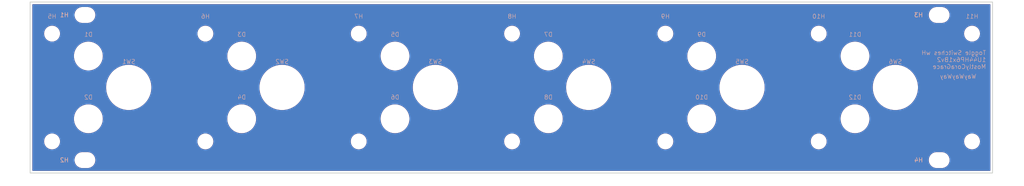
<source format=kicad_pcb>
(kicad_pcb (version 20241229) (generator "pcbnew") (generator_version "9.0")
  (layers (0 "F.Cu" signal) (2 "B.Cu" signal) (13 "F.Paste" user) (15 "B.Paste" user) (5 "F.SilkS" user "F.Silkscreen") (7 "B.SilkS" user "B.Silkscreen") (1 "F.Mask" user) (3 "B.Mask" user) (25 "Edge.Cuts" user))
  (net 0 "")
  (footprint "EXC:MountingHole_3.2mm_M3" (layer "F.Cu") (at 210.82 5.425)
    (property "Reference" "H3" (at -3.683 0 0) (layer "B.SilkS") (effects (justify left mirror)))
    (property "Value" "Eurorack_M3_MountingHole")
    (pad "" np_thru_hole oval (at 0 0) (size 4.34 3.2) (drill oval 4.34 3.2) (layers "*.Cu" "*.Mask"))
  )
  (footprint "EXC:Handle_1UM3P25_A" (layer "F.Cu") (at 147.32 9.75)
    (property "Reference" "H9" (at 0 -4 0) (layer "B.SilkS") (effects (font (thickness 0.1)) (justify mirror)))
    (property "Value" "Handle_1UM3P25_PanelMount_A")
    (pad "" np_thru_hole circle (at 0 0) (size 3.2 3.2) (drill 3.2) (layers "*.Cu" "*.Mask"))
    (pad "" np_thru_hole circle (at 0 25) (size 3.2 3.2) (drill 3.2) (layers "*.Cu" "*.Mask"))
  )
  (footprint "EXC:Handle_1UM3P25_A" (layer "F.Cu") (at 76.2 9.75)
    (property "Reference" "H7" (at 0 -4 0) (layer "B.SilkS") (effects (font (thickness 0.1)) (justify mirror)))
    (property "Value" "Handle_1UM3P25_PanelMount_A")
    (pad "" np_thru_hole circle (at 0 0) (size 3.2 3.2) (drill 3.2) (layers "*.Cu" "*.Mask"))
    (pad "" np_thru_hole circle (at 0 25) (size 3.2 3.2) (drill 3.2) (layers "*.Cu" "*.Mask"))
  )
  (footprint "EXC:6mm_Panel_Mount_LED" (layer "F.Cu") (at 155.74 29.5)
    (property "Reference" "D10" (at 0 -5 0) (layer "B.SilkS") (effects (font (thickness 0.1)) (justify mirror)))
    (property "Value" "6mm_Panel_Mount_LED")
    (pad "" np_thru_hole circle (at 0 0) (size 6.2 6.2) (drill 6.2) (layers "*.Cu" "*.Mask"))
  )
  (footprint "EXC:SW_M6-M6.35_Panel_Mount_Hole" (layer "F.Cu") (at 200.66 22.225)
    (property "Reference" "SW6" (at 0 -6 0) (layer "B.SilkS") (effects (font (thickness 0.1)) (justify mirror)))
    (property "Value" "SW_M6/M6.35_Panel_Mount_Hole")
    (pad "" np_thru_hole circle (at 0 0) (size 10 10) (drill 10) (layers "*.Cu" "*.Mask"))
  )
  (footprint "EXC:MountingHole_3.2mm_M3" (layer "F.Cu") (at 12.7 5.425)
    (property "Reference" "H1" (at -3.683 0 0) (layer "B.SilkS") (effects (justify left mirror)))
    (property "Value" "Eurorack_M3_MountingHole")
    (pad "" np_thru_hole oval (at 0 0) (size 4.34 3.2) (drill oval 4.34 3.2) (layers "*.Cu" "*.Mask"))
  )
  (footprint "EXC:MountingHole_3.2mm_M3" (layer "F.Cu") (at 210.82 39.075)
    (property "Reference" "H4" (at -3.683 0 0) (layer "B.SilkS") (effects (justify left mirror)))
    (property "Value" "Eurorack_M3_MountingHole")
    (pad "" np_thru_hole oval (at 0 0) (size 4.34 3.2) (drill oval 4.34 3.2) (layers "*.Cu" "*.Mask"))
  )
  (footprint "EXC:6mm_Panel_Mount_LED" (layer "F.Cu") (at 84.62 29.5)
    (property "Reference" "D6" (at 0 -5 0) (layer "B.SilkS") (effects (font (thickness 0.1)) (justify mirror)))
    (property "Value" "6mm_Panel_Mount_LED")
    (pad "" np_thru_hole circle (at 0 0) (size 6.2 6.2) (drill 6.2) (layers "*.Cu" "*.Mask"))
  )
  (footprint "EXC:SW_M6-M6.35_Panel_Mount_Hole" (layer "F.Cu") (at 93.98 22.225)
    (property "Reference" "SW3" (at 0 -6 0) (layer "B.SilkS") (effects (font (thickness 0.1)) (justify mirror)))
    (property "Value" "SW_M6/M6.35_Panel_Mount_Hole")
    (pad "" np_thru_hole circle (at 0 0) (size 10 10) (drill 10) (layers "*.Cu" "*.Mask"))
  )
  (footprint "EXC:Handle_1UM3P25_A" (layer "F.Cu") (at 218.44 9.75)
    (property "Reference" "H11" (at 0 -4 0) (layer "B.SilkS") (effects (font (thickness 0.1)) (justify mirror)))
    (property "Value" "Handle_1UM3P25_PanelMount_A")
    (pad "" np_thru_hole circle (at 0 0) (size 3.2 3.2) (drill 3.2) (layers "*.Cu" "*.Mask"))
    (pad "" np_thru_hole circle (at 0 25) (size 3.2 3.2) (drill 3.2) (layers "*.Cu" "*.Mask"))
  )
  (footprint "EXC:6mm_Panel_Mount_LED" (layer "F.Cu") (at 191.3 29.5)
    (property "Reference" "D12" (at 0 -5 0) (layer "B.SilkS") (effects (font (thickness 0.1)) (justify mirror)))
    (property "Value" "6mm_Panel_Mount_LED")
    (pad "" np_thru_hole circle (at 0 0) (size 6.2 6.2) (drill 6.2) (layers "*.Cu" "*.Mask"))
  )
  (footprint "EXC:6mm_Panel_Mount_LED" (layer "F.Cu") (at 84.62 14.95)
    (property "Reference" "D5" (at 0 -5 0) (layer "B.SilkS") (effects (font (thickness 0.1)) (justify mirror)))
    (property "Value" "6mm_Panel_Mount_LED")
    (pad "" np_thru_hole circle (at 0 0) (size 6.2 6.2) (drill 6.2) (layers "*.Cu" "*.Mask"))
  )
  (footprint "EXC:SW_M6-M6.35_Panel_Mount_Hole" (layer "F.Cu") (at 58.42 22.225)
    (property "Reference" "SW2" (at 0 -6 0) (layer "B.SilkS") (effects (font (thickness 0.1)) (justify mirror)))
    (property "Value" "SW_M6/M6.35_Panel_Mount_Hole")
    (pad "" np_thru_hole circle (at 0 0) (size 10 10) (drill 10) (layers "*.Cu" "*.Mask"))
  )
  (footprint "EXC:6mm_Panel_Mount_LED" (layer "F.Cu") (at 191.3 14.95)
    (property "Reference" "D11" (at 0 -5 0) (layer "B.SilkS") (effects (font (thickness 0.1)) (justify mirror)))
    (property "Value" "6mm_Panel_Mount_LED")
    (pad "" np_thru_hole circle (at 0 0) (size 6.2 6.2) (drill 6.2) (layers "*.Cu" "*.Mask"))
  )
  (footprint "EXC:6mm_Panel_Mount_LED" (layer "F.Cu") (at 13.5 29.5)
    (property "Reference" "D2" (at 0 -5 0) (layer "B.SilkS") (effects (font (thickness 0.1)) (justify mirror)))
    (property "Value" "6mm_Panel_Mount_LED")
    (pad "" np_thru_hole circle (at 0 0) (size 6.2 6.2) (drill 6.2) (layers "*.Cu" "*.Mask"))
  )
  (footprint "EXC:6mm_Panel_Mount_LED" (layer "F.Cu") (at 155.74 14.95)
    (property "Reference" "D9" (at 0 -5 0) (layer "B.SilkS") (effects (font (thickness 0.1)) (justify mirror)))
    (property "Value" "6mm_Panel_Mount_LED")
    (pad "" np_thru_hole circle (at 0 0) (size 6.2 6.2) (drill 6.2) (layers "*.Cu" "*.Mask"))
  )
  (footprint "EXC:6mm_Panel_Mount_LED" (layer "F.Cu") (at 49.06 14.95)
    (property "Reference" "D3" (at 0 -5 0) (layer "B.SilkS") (effects (font (thickness 0.1)) (justify mirror)))
    (property "Value" "6mm_Panel_Mount_LED")
    (pad "" np_thru_hole circle (at 0 0) (size 6.2 6.2) (drill 6.2) (layers "*.Cu" "*.Mask"))
  )
  (footprint "EXC:6mm_Panel_Mount_LED" (layer "F.Cu") (at 120.18 14.95)
    (property "Reference" "D7" (at 0 -5 0) (layer "B.SilkS") (effects (font (thickness 0.1)) (justify mirror)))
    (property "Value" "6mm_Panel_Mount_LED")
    (pad "" np_thru_hole circle (at 0 0) (size 6.2 6.2) (drill 6.2) (layers "*.Cu" "*.Mask"))
  )
  (footprint "EXC:MountingHole_3.2mm_M3" (layer "F.Cu") (at 12.7 39.075)
    (property "Reference" "H2" (at -3.683 0 0) (layer "B.SilkS") (effects (justify left mirror)))
    (property "Value" "Eurorack_M3_MountingHole")
    (pad "" np_thru_hole oval (at 0 0) (size 4.34 3.2) (drill oval 4.34 3.2) (layers "*.Cu" "*.Mask"))
  )
  (footprint "EXC:SW_M6-M6.35_Panel_Mount_Hole" (layer "F.Cu") (at 129.54 22.225)
    (property "Reference" "SW4" (at 0 -6 0) (layer "B.SilkS") (effects (font (thickness 0.1)) (justify mirror)))
    (property "Value" "SW_M6/M6.35_Panel_Mount_Hole")
    (pad "" np_thru_hole circle (at 0 0) (size 10 10) (drill 10) (layers "*.Cu" "*.Mask"))
  )
  (footprint "EXC:6mm_Panel_Mount_LED" (layer "F.Cu") (at 120.18 29.5)
    (property "Reference" "D8" (at 0 -5 0) (layer "B.SilkS") (effects (font (thickness 0.1)) (justify mirror)))
    (property "Value" "6mm_Panel_Mount_LED")
    (pad "" np_thru_hole circle (at 0 0) (size 6.2 6.2) (drill 6.2) (layers "*.Cu" "*.Mask"))
  )
  (footprint "EXC:6mm_Panel_Mount_LED" (layer "F.Cu") (at 49.06 29.5)
    (property "Reference" "D4" (at 0 -5 0) (layer "B.SilkS") (effects (font (thickness 0.1)) (justify mirror)))
    (property "Value" "6mm_Panel_Mount_LED")
    (pad "" np_thru_hole circle (at 0 0) (size 6.2 6.2) (drill 6.2) (layers "*.Cu" "*.Mask"))
  )
  (footprint "EXC:SW_M6-M6.35_Panel_Mount_Hole" (layer "F.Cu") (at 22.86 22.225)
    (property "Reference" "SW1" (at 0 -6 0) (layer "B.SilkS") (effects (font (thickness 0.1)) (justify mirror)))
    (property "Value" "SW_M6/M6.35_Panel_Mount_Hole")
    (pad "" np_thru_hole circle (at 0 0) (size 10 10) (drill 10) (layers "*.Cu" "*.Mask"))
  )
  (footprint "EXC:Handle_1UM3P25_A" (layer "F.Cu") (at 5.08 9.75)
    (property "Reference" "H5" (at 0 -4 0) (layer "B.SilkS") (effects (font (thickness 0.1)) (justify mirror)))
    (property "Value" "Handle_1UM3P25_PanelMount_A")
    (pad "" np_thru_hole circle (at 0 0) (size 3.2 3.2) (drill 3.2) (layers "*.Cu" "*.Mask"))
    (pad "" np_thru_hole circle (at 0 25) (size 3.2 3.2) (drill 3.2) (layers "*.Cu" "*.Mask"))
  )
  (footprint "EXC:SW_M6-M6.35_Panel_Mount_Hole" (layer "F.Cu") (at 165.1 22.225)
    (property "Reference" "SW5" (at 0 -6 0) (layer "B.SilkS") (effects (font (thickness 0.1)) (justify mirror)))
    (property "Value" "SW_M6/M6.35_Panel_Mount_Hole")
    (pad "" np_thru_hole circle (at 0 0) (size 10 10) (drill 10) (layers "*.Cu" "*.Mask"))
  )
  (footprint "EXC:Handle_1UM3P25_A" (layer "F.Cu") (at 111.76 9.75)
    (property "Reference" "H8" (at 0 -4 0) (layer "B.SilkS") (effects (font (thickness 0.1)) (justify mirror)))
    (property "Value" "Handle_1UM3P25_PanelMount_A")
    (pad "" np_thru_hole circle (at 0 0) (size 3.2 3.2) (drill 3.2) (layers "*.Cu" "*.Mask"))
    (pad "" np_thru_hole circle (at 0 25) (size 3.2 3.2) (drill 3.2) (layers "*.Cu" "*.Mask"))
  )
  (footprint "EXC:Handle_1UM3P25_A" (layer "F.Cu") (at 182.88 9.75)
    (property "Reference" "H10" (at 0 -4 0) (layer "B.SilkS") (effects (font (thickness 0.1)) (justify mirror)))
    (property "Value" "Handle_1UM3P25_PanelMount_A")
    (pad "" np_thru_hole circle (at 0 0) (size 3.2 3.2) (drill 3.2) (layers "*.Cu" "*.Mask"))
    (pad "" np_thru_hole circle (at 0 25) (size 3.2 3.2) (drill 3.2) (layers "*.Cu" "*.Mask"))
  )
  (footprint "EXC:6mm_Panel_Mount_LED" (layer "F.Cu") (at 13.5 14.95)
    (property "Reference" "D1" (at 0 -5 0) (layer "B.SilkS") (effects (font (thickness 0.1)) (justify mirror)))
    (property "Value" "6mm_Panel_Mount_LED")
    (pad "" np_thru_hole circle (at 0 0) (size 6.2 6.2) (drill 6.2) (layers "*.Cu" "*.Mask"))
  )
  (footprint "EXC:Handle_1UM3P25_A" (layer "F.Cu") (at 40.64 9.75)
    (property "Reference" "H6" (at 0 -4 0) (layer "B.SilkS") (effects (font (thickness 0.1)) (justify mirror)))
    (property "Value" "Handle_1UM3P25_PanelMount_A")
    (pad "" np_thru_hole circle (at 0 0) (size 3.2 3.2) (drill 3.2) (layers "*.Cu" "*.Mask"))
    (pad "" np_thru_hole circle (at 0 25) (size 3.2 3.2) (drill 3.2) (layers "*.Cu" "*.Mask"))
  )
  (gr_rect (start 0 2.425) (end 223.2 42.075) (stroke (width 0.2)) (fill no) (layer "Edge.Cuts"))
  (gr_text "WayWayWay" (at 219.5 20.25 0) (layer "B.SilkS") (effects (font (size 1 1) (thickness 0.1)) (justify left bottom mirror)))
  (gr_text "Toggle Switches wH\n1U44HP6x1Bv2\nMostlyCoraGrace" (at 221.75 18 0) (layer "B.SilkS") (effects (font (size 1 1) (thickness 0.1)) (justify left bottom mirror)))
  (zone (net 0) (net_name "") (layers "F.Cu" "B.Cu") (connect_pads (clearance 0.5)) (min_thickness 0.25) (fill yes (thermal_gap 0.5) (thermal_bridge_width 0.5) (island_removal_mode 1) (island_area_min 10))
    (polygon (pts (xy 0 2.425) (xy 223.2 2.425) (xy 223.2 42.075) (xy 0 42.075)))
  )
)
</source>
